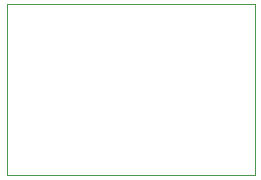
<source format=gm1>
%TF.GenerationSoftware,KiCad,Pcbnew,9.0.6-9.0.6~ubuntu22.04.1*%
%TF.CreationDate,2026-01-23T17:02:29+00:00*%
%TF.ProjectId,vm_i2c_pulse_oximeter,766d5f69-3263-45f7-9075-6c73655f6f78,0.1*%
%TF.SameCoordinates,PX577fe70PY4b1a130*%
%TF.FileFunction,Profile,NP*%
%FSLAX45Y45*%
G04 Gerber Fmt 4.5, Leading zero omitted, Abs format (unit mm)*
G04 Created by KiCad (PCBNEW 9.0.6-9.0.6~ubuntu22.04.1) date 2026-01-23 17:02:29*
%MOMM*%
%LPD*%
G01*
G04 APERTURE LIST*
%TA.AperFunction,Profile*%
%ADD10C,0.050000*%
%TD*%
G04 APERTURE END LIST*
D10*
X-1050000Y725000D02*
X1050000Y725000D01*
X1050000Y-725000D01*
X-1050000Y-725000D01*
X-1050000Y725000D01*
M02*

</source>
